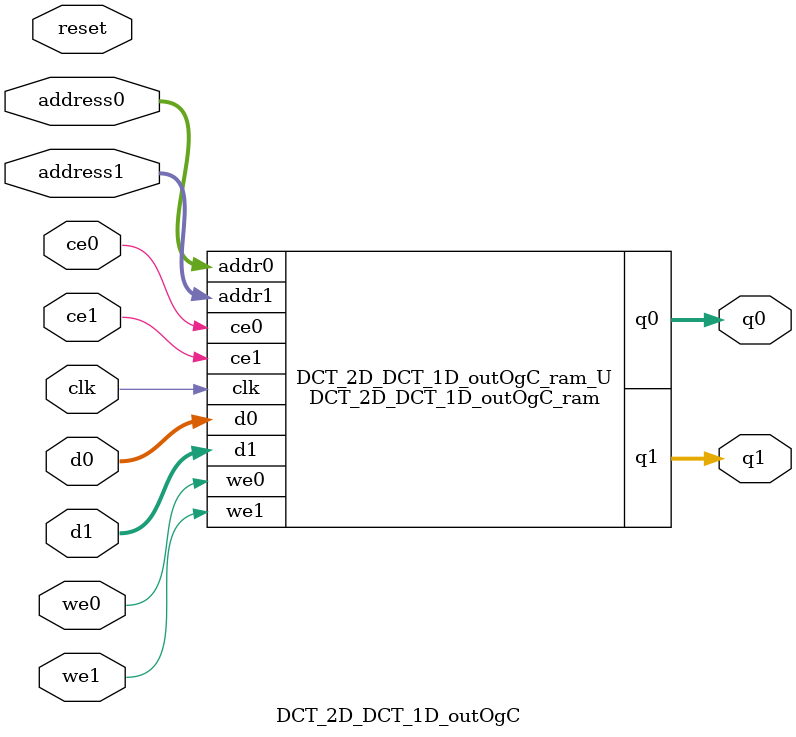
<source format=v>
`timescale 1 ns / 1 ps
module DCT_2D_DCT_1D_outOgC_ram (addr0, ce0, d0, we0, q0, addr1, ce1, d1, we1, q1,  clk);

parameter DWIDTH = 16;
parameter AWIDTH = 3;
parameter MEM_SIZE = 8;

input[AWIDTH-1:0] addr0;
input ce0;
input[DWIDTH-1:0] d0;
input we0;
output reg[DWIDTH-1:0] q0;
input[AWIDTH-1:0] addr1;
input ce1;
input[DWIDTH-1:0] d1;
input we1;
output reg[DWIDTH-1:0] q1;
input clk;

(* ram_style = "block" *)reg [DWIDTH-1:0] ram[0:MEM_SIZE-1];




always @(posedge clk)  
begin 
    if (ce0) begin
        if (we0) 
            ram[addr0] <= d0; 
        q0 <= ram[addr0];
    end
end


always @(posedge clk)  
begin 
    if (ce1) begin
        if (we1) 
            ram[addr1] <= d1; 
        q1 <= ram[addr1];
    end
end


endmodule

`timescale 1 ns / 1 ps
module DCT_2D_DCT_1D_outOgC(
    reset,
    clk,
    address0,
    ce0,
    we0,
    d0,
    q0,
    address1,
    ce1,
    we1,
    d1,
    q1);

parameter DataWidth = 32'd16;
parameter AddressRange = 32'd8;
parameter AddressWidth = 32'd3;
input reset;
input clk;
input[AddressWidth - 1:0] address0;
input ce0;
input we0;
input[DataWidth - 1:0] d0;
output[DataWidth - 1:0] q0;
input[AddressWidth - 1:0] address1;
input ce1;
input we1;
input[DataWidth - 1:0] d1;
output[DataWidth - 1:0] q1;



DCT_2D_DCT_1D_outOgC_ram DCT_2D_DCT_1D_outOgC_ram_U(
    .clk( clk ),
    .addr0( address0 ),
    .ce0( ce0 ),
    .we0( we0 ),
    .d0( d0 ),
    .q0( q0 ),
    .addr1( address1 ),
    .ce1( ce1 ),
    .we1( we1 ),
    .d1( d1 ),
    .q1( q1 ));

endmodule


</source>
